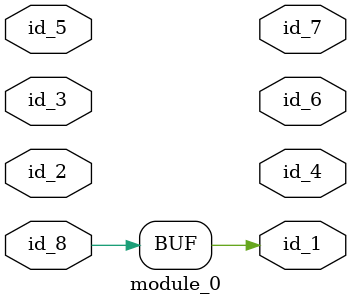
<source format=v>
module module_0 (
    id_1,
    id_2,
    id_3,
    id_4,
    id_5,
    id_6,
    id_7,
    id_8
);
  inout id_8;
  output id_7;
  output id_6;
  input id_5;
  output id_4;
  inout id_3;
  input id_2;
  output id_1;
  assign id_1 = id_8;
endmodule
`timescale 1ps / 1 ps
`define pp_8 0

</source>
